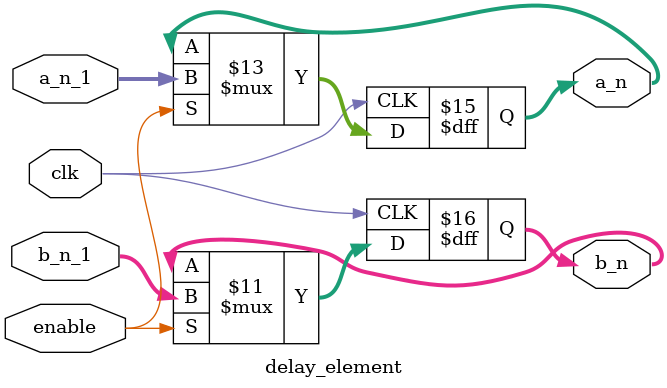
<source format=sv>

module systolic_unit#(
    parameter DATA_WIDTH = 16,
              MATRIX_SIZE = 3,
              BRAM_WIDTH = 28,
              COE_DATA_WIDTH = 9,
              KERNEL_SIZE = 3
)(
    input i_clk,
    input i_data_valid,
    input i_enable,

    input [((2 * MATRIX_SIZE - 1)*DATA_WIDTH)-1:0] left_inputs,
    input [((2 * MATRIX_SIZE - 1)*DATA_WIDTH)-1:0] top_inputs,

    output [DATA_WIDTH-1:0] o_ccu_output1,
    output [DATA_WIDTH-1:0] o_ccu_output2,
    output [DATA_WIDTH-1:0] o_ccu_output3
);


//wire [((2 * MATRIX_SIZE - 1)*DATA_WIDTH)-1:0]  diagonal;-----------mark
wire [0:0] data_valid;
wire start;
wire [((2 * MATRIX_SIZE - 1)*DATA_WIDTH)-1:0] diagonal;

systolic_array systolic_design( 
    .i_clk(i_clk), .i_enable(i_enable), .i_data_valid(i_data_valid), .i_left_inputs(left_inputs), .i_top_inputs(top_inputs),
    .o_diagonal_outputs(diagonal), .o_data_valid(data_valid), .o_start(start)
    );

CCU_pipelined ccu(
    .i_clk(i_clk), .i_diagonal(diagonal), .i_data_valid(i_enable), .i_start(i_enable),
    .o_ccu_output1(o_ccu_output1), .o_ccu_output2(o_ccu_output2),  .o_ccu_output3(o_ccu_output3) 
    );



endmodule


module CCU_pipelined(
    i_clk,
    i_data_valid,
    i_start,
    i_diagonal,
    o_ccu_output1,
    o_ccu_output2,
    o_ccu_output3
);

parameter DATA_WIDTH = 16;
parameter MATRIX_SIZE = 3;
parameter ARRAY_SIZE = (2*MATRIX_SIZE - 1);


input i_clk;
input i_data_valid;
input i_start;
input [ARRAY_SIZE*DATA_WIDTH - 1:0] i_diagonal;

output reg [DATA_WIDTH - 1: 0] o_ccu_output1;
output reg [DATA_WIDTH - 1: 0] o_ccu_output2;
output reg [DATA_WIDTH - 1: 0] o_ccu_output3;

reg [1:0] count;

wire [DATA_WIDTH - 1: 0] b_3, b_4, b_5, r_3, r_4;

reg [DATA_WIDTH-1:0] acc_b5;
reg [DATA_WIDTH-1:0] acc_b4;
reg [DATA_WIDTH-1:0] acc_b3;
reg [DATA_WIDTH-1:0] acc_r4;
reg [DATA_WIDTH-1:0] acc_r3;
reg [DATA_WIDTH-1:0] previous_acc_b3;
reg [DATA_WIDTH-1:0] previous_acc_r3;
reg [DATA_WIDTH-1:0] previous_acc_b4;
reg [DATA_WIDTH-1:0] previous_acc_r4;

logic [DATA_WIDTH-1:0] a[5:0];
logic [DATA_WIDTH-1:0] b[5:0];
logic [DATA_WIDTH-1:0] out[5:0];
    
//For simulation purpose only
//initial begin
//    o_ccu_output1 = 0; o_ccu_output2 = 0; o_ccu_output3 = 0;
//    acc_b5 = 0; acc_b4 = 0; acc_b3 = 0; acc_r4 = 0; acc_r3 = 0;
//    previous_acc_r3 = 0; previous_acc_b3 = 0;previous_acc_b4 = 0; previous_acc_r4 = 0;
//    count = 0;

//end


assign b_3 = i_diagonal[15:0];
assign b_4 = i_diagonal[31:16];
assign b_5 = i_diagonal[47:32];
assign r_3 = i_diagonal[63:48];
assign r_4 = i_diagonal[79:64];

always@(posedge i_clk) begin
    if(i_start) begin
        if(count == 2'd2) begin
            count <= 'd0;
        end
        else begin
            count <= count + 1;
        end
    end
end 

always @(posedge i_clk) begin
    if(i_data_valid*i_start) begin
        if(count == 'd0) begin
            //The data available on the first clock cycle is accumulated considering the delay for the edge elements
            acc_b5 <= b_5;
            acc_b4 <= b_4;
            acc_b3 <= b_3;
            acc_r4 <= r_4;
            acc_r3 <= r_3;
        end
        else if (count == 'd1) begin
            a[0] = acc_b5; b[0] = b_5;
            acc_b5 <= out[0];
            a[1] = acc_b4; b[1] = b_4;
            acc_b4 <= out[1];
            a[2] = acc_r4; b[2] = r_4;
            acc_r4 <= out[2];
        end
        else if(count == 'd2) begin
            a[3] = acc_b5; b[3] = b_5;	
            o_ccu_output1 <= out[3];
            a[4] = previous_acc_r4; b[4] = acc_b3;
            o_ccu_output2 <= out[4];
            a[5] = previous_acc_b4; b[5] = acc_r3;
            o_ccu_output3 <= out[5];

            previous_acc_b3 <= acc_b3;
            previous_acc_r3 <= acc_r3;
            previous_acc_b4 <= acc_b4;
            previous_acc_r4 <= acc_r4;
        end
    end
    else begin
        o_ccu_output1 <= o_ccu_output1;
        o_ccu_output2 <= o_ccu_output2;
        o_ccu_output3 <= o_ccu_output3;
    end
end

    genvar i;
    generate
    for(i = 0; i< 5; i= i+1) begin
    //HP mac unit instantiated over here
    fp_add_sub add_sub(.a(a[i]),.b(b[i]), .out(out[i]));
    end
    endgenerate
    
    
endmodule

/*


module fp_add_sub #(parameter I_WIDTH=16,M_WIDTH=7,E_WIDTH=8)( input [I_WIDTH-1:0] a,b,
         output reg  [I_WIDTH-1:0]  out );

   	wire s_a ,s_b; //sign
   	wire [E_WIDTH-1:0] e_a,e_b; //exponent
	wire [M_WIDTH-1:0] m_a,m_b; //matissa of input 
    	wire [M_WIDTH:0] t_m_a,t_m_b; //temp mantissa with hidden 1 bit 
	reg [E_WIDTH-1:0] shamt; //shift amount by which smaller mantissa should be shifted it is taken large enough to store the shftamount 
	// shamt<= mantissa width it is approximately equal to log2(m_width)
	
	reg [M_WIDTH:0] s_m_a,s_m_b; //shifted mantissa bit 
	reg [M_WIDTH+1:0] t_m_s; //temp mantissa sum
	reg [M_WIDTH:0] t_m_d; // temp mantissa diff 
	reg [M_WIDTH-1:0] f_m;//final mantissa 
	reg [E_WIDTH-1:0] f_e; // final exponnt
	reg f_s; // final sign
	reg [E_WIDTH-1:0] shamt_l;//shiftamount left 
	reg s;// flag for special case 
	reg[I_WIDTH-1:0] out_s,out_n; //special case output and normal case output 
         
         
	


// extracting sign mantissa and exponent
    assign s_a = a[I_WIDTH-1];
    assign e_a = a[I_WIDTH-2:M_WIDTH];
    assign m_a = a[M_WIDTH-1:0];
    assign s_b = b[I_WIDTH-1];
    assign e_b = b[I_WIDTH-2:M_WIDTH];
    assign m_b = b[M_WIDTH-1:0];

// preappending hidden bit 1 in the mantissa for shifting
	assign t_m_a = {1'b1,m_a};
	assign t_m_b = {1'b1,m_b};
	
	//compare variable to compare for special cases
     wire [E_WIDTH-1:0] e_comp;
     assign e_comp={E_WIDTH{1'b1}};
     
     // variable for bias 
     wire [E_WIDTH-2:0] BIAS; // this is of size exponent bit size -1
     wire [E_WIDTH-1:0] OVER;
     assign BIAS = {E_WIDTH-1{1'b1}};
     assign OVER=BIAS<<1; // 2*bias is used for overflow condition
	
	// special case signals
	 wire [I_WIDTH-1:0] NAN,P_INFI,N_INFI,ZERO;
     assign NAN={1'b0,{E_WIDTH{1'b1}},1'b1,{(M_WIDTH-1){1'b0}}}; // NAN REPRESENTATIOIN IS CHOOSEN TO BE 1ST BIT OF MANTISSA IS 1
     assign P_INFI={1'b0,{E_WIDTH{1'b1}},{(M_WIDTH){1'b0}}}; //  (+)VE INFINITY
     assign N_INFI={1'b1,{E_WIDTH{1'b1}},{(M_WIDTH){1'b0}}}; // -VE INFINITY
     assign ZERO={I_WIDTH{1'b0}};


	always @(*)
	begin
		
		 if ((e_a == e_comp) && (e_b==e_comp)) begin 
		    s=1'b1;
		 	if((m_a!=0)||(m_b!=0)) out_s=NAN;//checking for NaN input 
			else begin
		 	out_s = (s_a!=s_b) ? NAN:((s_a)?N_INFI:P_INFI); // if sign of both are not same than NAN otherwise +or - infinity depends upon sign
			end
		 end
	 	else if  ((e_a == e_comp) || (e_b==e_comp)) begin  
	 	    s=1'b1;
			if(e_a==e_comp) begin 
			out_s=(m_a!=0)? NAN: ((s_a)?N_INFI:P_INFI);
			end
			else begin
		 	out_s = (m_b !=0)? NAN :((s_b)?N_INFI:P_INFI);
			end
		end
		else if ((e_a == 0) && (e_b ==0)) begin 
		s=1'b1;
		out_s = ZERO;
		end

		else if ((e_a == 0) || (e_b ==0)) begin 
		    s=1'b1;
			out_s = (e_a==0)? b:a;
		end
		else 
		 begin 
		  s=1'b0;
		  out_s=ZERO;
		 end
	end
		 
		 
		
//---------------------------------FOR NORMAL CASES---------------------------------------------------------//
 always@(*)
 begin
    shamt_l=0;
	if (e_a > e_b)
	 begin 
			shamt = e_a - e_b;
			//s_m_b= (shamt >8'd23)? 23'd0:t_m_b>>shamt;
			if (shamt>M_WIDTH-1)  out_n=a;
			   
			else
	         begin
			
			
			     s_m_b= t_m_b>>shamt;
			     s_m_a = t_m_a;
			     f_e = e_a;
			     f_s = s_a;
			     if(s_a == s_b)
			     begin
		       		 t_m_s = s_m_a+s_m_b;
               				 if (t_m_s[M_WIDTH+1] ==1'b1) begin //overflow condition
                       			 f_m=t_m_s[M_WIDTH:1];//shifting mantissa right by 1 bit and adding 1 to exponent
                       			 f_e= f_e+1; // overflow will be detected as there will be no overflow due to addition of 1
               				 end
               				 else begin
                       			 f_m= t_m_s[M_WIDTH-1:0]; //rejecting 2 msb bits(rejecting hidden 1)
                      			 f_e= f_e;
               				 end
			 
			     end
			     else begin 
				        t_m_d = s_m_a - s_m_b;
				//leading zero detector 
			 for (int i = M_WIDTH; i >= 0; i = i - 1) begin
                                if (t_m_d[i] == 1'b1) begin
                                break;
                                end
                                shamt_l = shamt_l + 1;
                                end
                     
                    
                
			    //end of leading zero detector and setting value of shift amount left 
                    		     t_m_d= t_m_d<<shamt_l; //shifting left to get the leading msb 1
				     f_m = t_m_d[M_WIDTH-1:0]; //selecting lower MANTISSA bits of lsb

				     f_e = (f_e>shamt_l)?f_e - shamt_l: 0; //decreasing the value of exponent by no. of leading zeroes
			     end
		
		
		// arranging output and checking for overflow 
		      if (f_e>OVER) 
	          out_n=(f_s)? N_INFI:P_INFI; //overflow condition
              else if(f_e<1) 
              out_n=ZERO; //underflow condition
              else 
                out_n = {f_s,f_e,f_m};
              
          end
		end
		
	 	else if (e_b > e_a) 
	 	begin
			shamt = e_b- e_a;
		    
			if(shamt>M_WIDTH-1)  out_n=b;
			else begin 
			
			 s_m_a= t_m_a>>shamt;
			 s_m_b = t_m_b;
			 f_e = e_b;
			 f_s = s_b;
			 if(s_a == s_b) begin

				t_m_s = s_m_a+s_m_b;
               			 if (t_m_s[M_WIDTH+1] ==1'b1) begin //overflow condition
                       		 f_m=t_m_s[M_WIDTH:1];//shifting mantissa by 1 bit and adding 1 to exponent
                       		 f_e= f_e+1;
               			 end
               			 else begin
                       		 f_m= t_m_s[M_WIDTH-1:0]; //rejecting 2 msb bits
                       		 f_e= f_e;
               			 end
			  end
			 else begin
                t_m_d = s_m_b - s_m_a;
			for (int i = M_WIDTH; i >= 0; i = i - 1) begin
                        if (t_m_d[i] == 1'b1) begin
                          break;
                        end
                        shamt_l = shamt_l + 1;
                        end //end of leading zero detector and setting value of shift amount left 
                  t_m_d= t_m_d<<shamt_l; //shifting left to get the leading msb 1
                  f_m = t_m_d[M_WIDTH-1:0]; //selecting lower 23 bits of lsb
                  f_e = (f_e>shamt_l)?f_e - shamt_l:0; //decreasing the value of exponent by no. of leading zeroes
              end
           
           	if (f_e>OVER) 
	         out_n=(f_s)? N_INFI:P_INFI; //overflow condition
            else if(f_e<1) 
               out_n=ZERO; //underflow condition
            else 
                out_n = {f_s,f_e,f_m};
      
         end


	 end
	else begin
			f_e = e_a;
			f_s = (t_m_a>t_m_b)? s_a:s_b;
			if (s_a == s_b) begin 
		        	         t_m_s = t_m_a+t_m_b;
               				 if (t_m_s[M_WIDTH+1] ==1'b1) begin //overflow condition
                       			 f_m=t_m_s[M_WIDTH:1];//shifting mantissa by 1 bit and adding 1 to exponent
                       			 f_e= f_e+1;
               				 end
               				 else begin
                       			 f_m= t_m_s[M_WIDTH-1:0]; //rejecting 2 msb bits
                       			 f_e= f_e;
               				 end
			 end
			 else begin
               		t_m_d = (t_m_a>t_m_b)? (t_m_a - t_m_b) :(t_m_b -t_m_a);
			for (int i = M_WIDTH; i >= 0; i = i - 1) begin
                        if (t_m_d[i] == 1'b1) begin
                          break;
                        end
                        shamt_l = shamt_l + 1;
                        end
                   t_m_d= t_m_d<<shamt_l; //shifting left to get the leading msb 1
                   f_m = t_m_d[M_WIDTH-1:0]; //selecting lower MANTISSA bits of lsb
                    f_e = (f_e>shamt_l)?f_e - shamt_l:0; //decreasing the value of exponent by no. of leading zeroes
              end
	 		 if (f_e>OVER) 
	         out_n=(f_s)? N_INFI:P_INFI; //overflow condition
            else if(f_e<1) 
               out_n=ZERO; //underflow condition
            else 
              out_n = {f_s,f_e,f_m};
       
	
	 end
	 //  arranging result and checking for overflow 

	end
	

	always@(*)
	begin 
        out=s?out_s:out_n;
	end

endmodule
*/

module systolic_array #(
    MATRIX_SIZE = 3,
    REG_WIDTH = 16,
    DATA_WIDTH = 16
    ) (
    i_clk,
    i_enable,
    i_data_valid,
    i_left_inputs,
    i_top_inputs,
    o_diagonal_outputs,
    o_data_valid,
    o_start);
    
    localparam ARRAY_SIZE = (2*MATRIX_SIZE)-1;
    localparam NUMBER_OF_INPUTS = ARRAY_SIZE; // number of inputs on each side of systolic array
            
    input i_clk;
    input i_enable;
    input i_data_valid;
    input [((2 * MATRIX_SIZE - 1)*DATA_WIDTH)-1:0] i_left_inputs;
    input [((2 * MATRIX_SIZE - 1)*DATA_WIDTH)-1:0] i_top_inputs;
    output [((2 * MATRIX_SIZE - 1)*DATA_WIDTH)-1:0] o_diagonal_outputs;
    output o_data_valid;
    output reg o_start = 0;
    
    /// output control signals 
    assign o_data_valid = i_data_valid;
    
    localparam REGS_IN_TO_OUT = (2*ARRAY_SIZE+1);
       
    reg data_valid_delay [REGS_IN_TO_OUT-1:0];
    
    integer data_valid_index = 0;
    always @(posedge i_clk) begin
        data_valid_delay[0] <=  i_data_valid;
        for(data_valid_index=0;data_valid_index < REGS_IN_TO_OUT-1; data_valid_index=data_valid_index+1) begin
            data_valid_delay[data_valid_index+1] <= data_valid_delay[data_valid_index];
        end
    end
    
    always @(posedge i_clk) begin
        if(~o_start & data_valid_delay[REGS_IN_TO_OUT-2] & ~data_valid_delay[REGS_IN_TO_OUT-1]) begin
            o_start <= 1;
        end
    end
    
    // systolic array
    wire [REG_WIDTH-1:0] array_input_top [ARRAY_SIZE-1:0]; //REVIEW THE TYPE AFTER ADDING STREAMING MEMORY
    wire [REG_WIDTH-1:0] array_input_left [ARRAY_SIZE-1:0];
    wire [REG_WIDTH-1:0] c_in_left [ARRAY_SIZE-1:0];  // some of them are dummy, TOP AND BOTTOM TAKES THE PREFERNCE OVER LEFT AND RIGHT
    wire [REG_WIDTH-1:0] c_in_top [ARRAY_SIZE-1:0]; // some of them are dummy
    wire [REG_WIDTH-1:0] c_out_right [ARRAY_SIZE-1:0]; // some of them are dummy
    wire [REG_WIDTH-1:0] c_out_bottom [ARRAY_SIZE-1:0]; //some of them are dummy
    wire [REG_WIDTH-1:0] array_output_bottom [ARRAY_SIZE-1:0];
    wire [REG_WIDTH-1:0] array_output_right [ARRAY_SIZE-1:0];
    
    // wires/connections in the systolic arrays
    wire [REG_WIDTH-1:0] horizontal_wires [ARRAY_SIZE-1:0][ARRAY_SIZE-2:0];
    wire [REG_WIDTH-1:0] vertical_wires [ARRAY_SIZE-2:0][ARRAY_SIZE-1:0];
    wire [REG_WIDTH-1:0] diagonal_wires [ARRAY_SIZE-2:0][ARRAY_SIZE-2:0];
     
   // mapping inputs 
    generate 
        genvar i;
        for(i=0; i<ARRAY_SIZE; i=i+1) begin
            assign array_input_left[i] = i_left_inputs[i*DATA_WIDTH +: DATA_WIDTH];
            assign array_input_top[i] = i_top_inputs[i*DATA_WIDTH +: DATA_WIDTH];
        end
    endgenerate   
    
    // mapping outputs
    generate 
        genvar j;
        for(j=0; j<ARRAY_SIZE; j=j+1) begin           /// j = 0 implies bottom-left most diagonal
            if(j < MATRIX_SIZE) begin
                assign o_diagonal_outputs[j*DATA_WIDTH +: DATA_WIDTH] = c_out_bottom[MATRIX_SIZE-1+j];
            end
            else begin
                assign o_diagonal_outputs[j*DATA_WIDTH +: DATA_WIDTH] = c_out_right[ARRAY_SIZE-2+MATRIX_SIZE-j]; // MATRIX_SIZE-1+j-MATRIX_SIZE
            end
        end
    endgenerate
    
    // grounding diagonal inputs  
    generate 
    genvar c_in_index;
        for(c_in_index=0;c_in_index<ARRAY_SIZE;c_in_index=c_in_index+1) begin
            assign c_in_top[c_in_index] = 0;
            assign c_in_left[c_in_index] = 0;
        end
    endgenerate

    // creating the systolic array
    generate ////////
        genvar row_index;
        genvar column_index;
        
        for(row_index = 0;row_index < ARRAY_SIZE; row_index = row_index + 1) begin
            for(column_index = 0;column_index < ARRAY_SIZE; column_index = column_index + 1) begin                 
                // CONNECTING BOUNDARIES
                
                //PE element(.clk(i_clk),.a_n_1(array_input_left[row_index]),.b_n_1(array_input_top[column_index]),.c_n_1(c_in_top[column_index]),.a_n(horizontal_wires[row_index][column_index]),.b_n(array_input_left[row_index]),.c_ab(diagonal_wires[row_index][column_index]));
            
            
                // LOGICALLY CONNECTING PART
                 if(row_index < MATRIX_SIZE -1) begin
                    if(column_index < MATRIX_SIZE+row_index) begin     
                        if(row_index == 0 && column_index==0)  begin // LEFT TOP // covering corners DEPENDS ON THE CONDITION
                            PE element(.clk(i_clk),.enable(i_enable),.a_n_1(array_input_left[row_index]),.b_n_1(array_input_top[column_index]),.c_n_1(c_in_top[column_index]),.a_n(horizontal_wires[row_index][column_index]),.b_n(vertical_wires[row_index][column_index]),.c_ab(diagonal_wires[row_index][column_index]));
                        end
                        else if(column_index == 0) begin// LEFT inputs
                            PE element(.clk(i_clk),.enable(i_enable),.a_n_1(array_input_left[row_index]),.b_n_1(vertical_wires[row_index-1][column_index]),.c_n_1(c_in_left[row_index]),.a_n(horizontal_wires[row_index][column_index]),.b_n(vertical_wires[row_index][column_index]),.c_ab(diagonal_wires[row_index][column_index]));
                        end
                        else if(row_index == 0) begin // TOP inputs
                            PE element(.clk(i_clk),.enable(i_enable),.a_n_1(horizontal_wires[row_index][column_index-1]),.b_n_1(array_input_top[column_index]),.c_n_1(c_in_top[column_index]),.a_n(horizontal_wires[row_index][column_index]),.b_n(vertical_wires[row_index][column_index]),.c_ab(diagonal_wires[row_index][column_index]));
                        end // internal elements
                        else begin 
                            PE element(.clk(i_clk),.enable(i_enable),.a_n_1(horizontal_wires[row_index][column_index-1]),.b_n_1(vertical_wires[row_index-1][column_index]),.c_n_1(diagonal_wires[row_index-1][column_index-1]),.a_n(horizontal_wires[row_index][column_index]),.b_n(vertical_wires[row_index][column_index]),.c_ab(diagonal_wires[row_index][column_index]));
                        end
                        //PE element(.clk(clk),.a_n_1(),.b_n_1(),.c_n_1(),.a_n(),.b_n(),.c_ab());
                    end
                    else begin
                        if(row_index == 0 && column_index==ARRAY_SIZE-1)  begin // RIGHT TOP // covering corners DEPENDS ON THE CONDITION
                            delay_element element(.clk(i_clk),.enable(i_enable),.a_n_1(horizontal_wires[row_index][column_index-1]),.b_n_1(array_input_top[column_index]),.a_n(array_output_right[row_index]),.b_n(vertical_wires[row_index][column_index]));
                        end
                        else if(column_index == ARRAY_SIZE-1) begin// RIGHT 
                            delay_element element(.clk(i_clk),.enable(i_enable),.a_n_1(horizontal_wires[row_index][column_index-1]),.b_n_1(vertical_wires[row_index-1][column_index]),.a_n(array_output_right[row_index]),.b_n(vertical_wires[row_index][column_index]));
                        end
                        else if(row_index == 0) begin // TOP inputs
                            delay_element element(.clk(i_clk),.enable(i_enable),.a_n_1(horizontal_wires[row_index][column_index-1]),.b_n_1(array_input_top[column_index]),.a_n(horizontal_wires[row_index][column_index]),.b_n(vertical_wires[row_index][column_index]));
                        end // internal elements
                        else begin 
                            delay_element element(.clk(i_clk),.enable(i_enable),.a_n_1(horizontal_wires[row_index][column_index-1]),.b_n_1(vertical_wires[row_index-1][column_index]),.a_n(horizontal_wires[row_index][column_index]),.b_n(vertical_wires[row_index][column_index]));
                        end                    
                        //delay_element element(.clk(),.a_n_1(),.b_n_1(),.a_n(),.b_n());
                    end
                end
                else if(row_index == MATRIX_SIZE-1) begin
                    if(column_index == 0) begin //LEFT end
                       PE element(.clk(i_clk),.enable(i_enable),.a_n_1(array_input_left[row_index]),.b_n_1(vertical_wires[row_index-1][column_index]),.c_n_1(c_in_left[row_index]),.a_n(horizontal_wires[row_index][column_index]),.b_n(vertical_wires[row_index][column_index]),.c_ab(diagonal_wires[row_index][column_index]));
                    end
                    else if(column_index == ARRAY_SIZE-1) begin // RIGHT end
                       PE element(.clk(i_clk),.enable(i_enable),.a_n_1(horizontal_wires[row_index][column_index-1]),.b_n_1(vertical_wires[row_index-1][column_index]),.c_n_1(diagonal_wires[row_index-1][column_index-1]),.a_n(array_output_right[row_index]),.b_n(vertical_wires[row_index][column_index]),.c_ab(c_out_right[row_index]));                    
                    end
                    else begin //internal elements
                       PE element(.clk(i_clk),.enable(i_enable),.a_n_1(horizontal_wires[row_index][column_index-1]),.b_n_1(vertical_wires[row_index-1][column_index]),.c_n_1(diagonal_wires[row_index-1][column_index-1]),.a_n(horizontal_wires[row_index][column_index]),.b_n(vertical_wires[row_index][column_index]),.c_ab(diagonal_wires[row_index][column_index]));                        
                    end
                    // PE element(.clk(clk),.a_n_1(),.b_n_1(),.c_n_1(),.a_n(),.b_n(),.c_ab());
                end
                else begin
                    if(column_index < MATRIX_SIZE+row_index-ARRAY_SIZE) begin // intended : MATRIX_SIZE - 1 + row_index - ARRAY_SIZE+1
                        if((row_index == ARRAY_SIZE-1) && (column_index == 0)) begin//LEFT BOTTOM corner
                            delay_element element(.clk(i_clk),.enable(i_enable),.a_n_1(array_input_left[row_index]),.b_n_1(vertical_wires[row_index-1][column_index]),.a_n(horizontal_wires[row_index][column_index]),.b_n(vertical_wires[row_index][column_index]));
                        end
                        else if(column_index == 0) begin //LEFT
                            delay_element element(.clk(i_clk),.enable(i_enable),.a_n_1(array_input_left[row_index]),.b_n_1(vertical_wires[row_index-1][column_index]),.a_n(horizontal_wires[row_index][column_index]),.b_n(array_output_bottom[column_index]));
                        end
                        else if(row_index == ARRAY_SIZE - 1) begin //BOTTOM
                            delay_element element(.clk(i_clk),.enable(i_enable),.a_n_1(horizontal_wires[row_index][column_index-1]),.b_n_1(vertical_wires[row_index-1][column_index]),.a_n(horizontal_wires[row_index][column_index]),.b_n(array_output_bottom[column_index]));
                        end
                        else begin
                            delay_element element(.clk(i_clk),.enable(i_enable),.a_n_1(horizontal_wires[row_index][column_index-1]),.b_n_1(vertical_wires[row_index-1][column_index]),.a_n(horizontal_wires[row_index][column_index]),.b_n(vertical_wires[row_index][column_index]));
                        end
                        //delay_element element(.clk(),.a_n_1(),.b_n_1(),.a_n(),.b_n());
                    end
                    else begin
                        if((row_index == ARRAY_SIZE-1) && (column_index == ARRAY_SIZE-1)) begin//RIGHT BOTTOM
                            PE element(.clk(i_clk),.enable(i_enable),.a_n_1(horizontal_wires[row_index][column_index-1]),.b_n_1(vertical_wires[row_index-1][column_index]),.c_n_1(diagonal_wires[row_index-1][column_index-1]),.a_n(array_output_right[row_index]),.b_n(array_output_bottom[column_index]),.c_ab(c_out_bottom[column_index]));  
                        end
                        else if(column_index == ARRAY_SIZE-1) begin // RIGHT
                            PE element(.clk(i_clk),.enable(i_enable),.a_n_1(horizontal_wires[row_index][column_index-1]),.b_n_1(vertical_wires[row_index-1][column_index]),.c_n_1(diagonal_wires[row_index-1][column_index-1]),.a_n(array_output_right[row_index]),.b_n(vertical_wires[row_index][column_index]),.c_ab(c_out_right[row_index]));  
                        end
                        else if(row_index == ARRAY_SIZE - 1) begin //BOTTOM
                            PE element(.clk(i_clk),.enable(i_enable),.a_n_1(horizontal_wires[row_index][column_index-1]),.b_n_1(vertical_wires[row_index-1][column_index]),.c_n_1(diagonal_wires[row_index-1][column_index-1]),.a_n(horizontal_wires[row_index][column_index]),.b_n(array_output_bottom[column_index]),.c_ab(c_out_bottom[column_index]));  
                        end
                        else begin
                            PE element(.clk(i_clk),.enable(i_enable),.a_n_1(horizontal_wires[row_index][column_index-1]),.b_n_1(vertical_wires[row_index-1][column_index]),.c_n_1(diagonal_wires[row_index-1][column_index-1]),.a_n(horizontal_wires[row_index][column_index]),.b_n(vertical_wires[row_index][column_index]),.c_ab(diagonal_wires[row_index][column_index]));   
                        end
                        
                        //PE element(.clk(clk),.a_n_1(),.b_n_1(),.c_n_1(),.a_n(),.b_n(),.c_ab());
                    end
                end           
            end
            
        end
    
    endgenerate//////////
    // systolic array created

endmodule

module PE #(parameter I_WIDTH=16,M_WIDTH=10,E_WIDTH=5)
        ( input [I_WIDTH-1:0] a_n_1,b_n_1,c_n_1,
          input clk,enable,
          output reg  [I_WIDTH-1:0]  a_n,b_n, 
          output reg[I_WIDTH-1:0] c_ab );
          //reg [I_WIDTH-1:0] aa,bb,cc;
          wire [I_WIDTH-1:0] out_a, out_f;
          
          //////////////////////adder and multiplier blocks /////////
          fp_mul mul(.a(a_n_1),.b(b_n_1),.out(out_a));
        
          fp_add_sub add(.a(out_a),.b(c_n_1),.out(out_f));
          
          ///////////////////////////////////////////////////////////
          
          
          always@(posedge clk)
          begin 
          if(enable) begin
            a_n <=a_n_1;
            b_n <=b_n_1;
            c_ab <= out_f;
            
          end 
          end

endmodule


module fp_add_sub #(parameter I_WIDTH=16,M_WIDTH=7,E_WIDTH=8)( input [I_WIDTH-1:0] a,b,
         output reg  [I_WIDTH-1:0]  out );

   	wire s_a ,s_b; //sign
   	wire [E_WIDTH-1:0] e_a,e_b; //exponent
	wire [M_WIDTH-1:0] m_a,m_b; //matissa of input 
    	wire [M_WIDTH:0] t_m_a,t_m_b; //temp mantissa with hidden 1 bit 
	reg [E_WIDTH-1:0] shamt; //shift amount by which smaller mantissa should be shifted it is taken large enough to store the shftamount 
	// shamt<= mantissa width it is approximately equal to log2(m_width)
	
	reg [M_WIDTH:0] s_m_a,s_m_b; //shifted mantissa bit 
	reg [M_WIDTH+1:0] t_m_s; //temp mantissa sum
	reg [M_WIDTH:0] t_m_d; // temp mantissa diff 
	reg [M_WIDTH-1:0] f_m;//final mantissa 
	reg [E_WIDTH-1:0] f_e; // final exponnt
	reg f_s; // final sign
	reg [E_WIDTH-1:0] shamt_l;//shiftamount left 
	reg s;// flag for special case 
	reg[I_WIDTH-1:0] out_s,out_n; //special case output and normal case output 
         
         
	


// extracting sign mantissa and exponent
    assign s_a = a[I_WIDTH-1];
    assign e_a = a[I_WIDTH-2:M_WIDTH];
    assign m_a = a[M_WIDTH-1:0];
    assign s_b = b[I_WIDTH-1];
    assign e_b = b[I_WIDTH-2:M_WIDTH];
    assign m_b = b[M_WIDTH-1:0];

// preappending hidden bit 1 in the mantissa for shifting
	assign t_m_a = {1'b1,m_a};
	assign t_m_b = {1'b1,m_b};
	
	//compare variable to compare for special cases
     wire [E_WIDTH-1:0] e_comp;
     assign e_comp={E_WIDTH{1'b1}};
     
     // variable for bias 
     wire [E_WIDTH-2:0] BIAS; // this is of size exponent bit size -1
     wire [E_WIDTH-1:0] OVER;
     assign BIAS = {E_WIDTH-1{1'b1}};
     assign OVER=BIAS<<1; // 2*bias is used for overflow condition
	
	// special case signals
	 wire [I_WIDTH-1:0] NAN,P_INFI,N_INFI,ZERO;
     assign NAN={1'b0,{E_WIDTH{1'b1}},1'b1,{(M_WIDTH-1){1'b0}}}; // NAN REPRESENTATIOIN IS CHOOSEN TO BE 1ST BIT OF MANTISSA IS 1
     assign P_INFI={1'b0,{E_WIDTH{1'b1}},{(M_WIDTH){1'b0}}}; //  (+)VE INFINITY
     assign N_INFI={1'b1,{E_WIDTH{1'b1}},{(M_WIDTH){1'b0}}}; // -VE INFINITY
     assign ZERO={I_WIDTH{1'b0}};


	always @(*)
	begin
		
		 if ((e_a == e_comp) && (e_b==e_comp)) begin 
		    s=1'b1;
		 	if((m_a!=0)||(m_b!=0)) out_s=NAN;//checking for NaN input 
			else begin
		 	out_s = (s_a!=s_b) ? NAN:((s_a)?N_INFI:P_INFI); // if sign of both are not same than NAN otherwise +or - infinity depends upon sign
			end
		 end
	 	else if  ((e_a == e_comp) || (e_b==e_comp)) begin  
	 	    s=1'b1;
			if(e_a==e_comp) begin 
			out_s=(m_a!=0)? NAN: ((s_a)?N_INFI:P_INFI);
			end
			else begin
		 	out_s = (m_b !=0)? NAN :((s_b)?N_INFI:P_INFI);
			end
		end
		else if ((e_a == 0) && (e_b ==0)) begin 
		s=1'b1;
		out_s = ZERO;
		end

		else if ((e_a == 0) || (e_b ==0)) begin 
		    s=1'b1;
			out_s = (e_a==0)? b:a;
		end
		else 
		 begin 
		  s=1'b0;
		  out_s=ZERO;
		 end
	end
		 
		 
		
//---------------------------------FOR NORMAL CASES---------------------------------------------------------//
 always@(*)
 begin
    shamt_l=0;
	if (e_a > e_b)
	 begin 
			shamt = e_a - e_b;
			//s_m_b= (shamt >8'd23)? 23'd0:t_m_b>>shamt;
			if (shamt>M_WIDTH-1)  out_n=a;
			   
			else
	         begin
			
			
			     s_m_b= t_m_b>>shamt;
			     s_m_a = t_m_a;
			     f_e = e_a;
			     f_s = s_a;
			     if(s_a == s_b)
			     begin
		       		 t_m_s = s_m_a+s_m_b;
               				 if (t_m_s[M_WIDTH+1] ==1'b1) begin //overflow condition
                       			 f_m=t_m_s[M_WIDTH:1];//shifting mantissa right by 1 bit and adding 1 to exponent
                       			 f_e= f_e+1; // overflow will be detected as there will be no overflow due to addition of 1
               				 end
               				 else begin
                       			 f_m= t_m_s[M_WIDTH-1:0]; //rejecting 2 msb bits(rejecting hidden 1)
                      			 f_e= f_e;
               				 end
			 
			     end
			     else begin 
				        t_m_d = s_m_a - s_m_b;
				//leading zero detector 
			 for (int i = M_WIDTH; i >= 0; i = i - 1) begin
                                if (t_m_d[i] == 1'b1) begin
                                break;
                                end
                                shamt_l = shamt_l + 1;
                                end
                     
                    
                
			    //end of leading zero detector and setting value of shift amount left 
                    		     t_m_d= t_m_d<<shamt_l; //shifting left to get the leading msb 1
				     f_m = t_m_d[M_WIDTH-1:0]; //selecting lower MANTISSA bits of lsb

				     f_e = (f_e>shamt_l)?f_e - shamt_l: 0; //decreasing the value of exponent by no. of leading zeroes
			     end
		
		
		// arranging output and checking for overflow 
		      if (f_e>OVER) 
	          out_n=(f_s)? N_INFI:P_INFI; //overflow condition
              else if(f_e<1) 
              out_n=ZERO; //underflow condition
              else 
                out_n = {f_s,f_e,f_m};
              
          end
		end
		
	 	else if (e_b > e_a) 
	 	begin
			shamt = e_b- e_a;
		    
			if(shamt>M_WIDTH-1)  out_n=b;
			else begin 
			
			 s_m_a= t_m_a>>shamt;
			 s_m_b = t_m_b;
			 f_e = e_b;
			 f_s = s_b;
			 if(s_a == s_b) begin

				t_m_s = s_m_a+s_m_b;
               			 if (t_m_s[M_WIDTH+1] ==1'b1) begin //overflow condition
                       		 f_m=t_m_s[M_WIDTH:1];//shifting mantissa by 1 bit and adding 1 to exponent
                       		 f_e= f_e+1;
               			 end
               			 else begin
                       		 f_m= t_m_s[M_WIDTH-1:0]; //rejecting 2 msb bits
                       		 f_e= f_e;
               			 end
			  end
			 else begin
                t_m_d = s_m_b - s_m_a;
			for (int i = M_WIDTH; i >= 0; i = i - 1) begin
                        if (t_m_d[i] == 1'b1) begin
                          break;
                        end
                        shamt_l = shamt_l + 1;
                        end //end of leading zero detector and setting value of shift amount left 
                  t_m_d= t_m_d<<shamt_l; //shifting left to get the leading msb 1
                  f_m = t_m_d[M_WIDTH-1:0]; //selecting lower 23 bits of lsb
                  f_e = (f_e>shamt_l)?f_e - shamt_l:0; //decreasing the value of exponent by no. of leading zeroes
              end
           
           	if (f_e>OVER) 
	         out_n=(f_s)? N_INFI:P_INFI; //overflow condition
            else if(f_e<1) 
               out_n=ZERO; //underflow condition
            else 
                out_n = {f_s,f_e,f_m};
      
         end


	 end
	else begin
			f_e = e_a;
			f_s = (t_m_a>t_m_b)? s_a:s_b;
			if (s_a == s_b) begin 
		        	         t_m_s = t_m_a+t_m_b;
               				 if (t_m_s[M_WIDTH+1] ==1'b1) begin //overflow condition
                       			 f_m=t_m_s[M_WIDTH:1];//shifting mantissa by 1 bit and adding 1 to exponent
                       			 f_e= f_e+1;
               				 end
               				 else begin
                       			 f_m= t_m_s[M_WIDTH-1:0]; //rejecting 2 msb bits
                       			 f_e= f_e;
               				 end
			 end
			 else begin
               		t_m_d = (t_m_a>t_m_b)? (t_m_a - t_m_b) :(t_m_b -t_m_a);
			for (int i = M_WIDTH; i >= 0; i = i - 1) begin
                        if (t_m_d[i] == 1'b1) begin
                          break;
                        end
                        shamt_l = shamt_l + 1;
                        end
                   t_m_d= t_m_d<<shamt_l; //shifting left to get the leading msb 1
                   f_m = t_m_d[M_WIDTH-1:0]; //selecting lower MANTISSA bits of lsb
                    f_e = (f_e>shamt_l)?f_e - shamt_l:0; //decreasing the value of exponent by no. of leading zeroes
              end
	 		 if (f_e>OVER) 
	         out_n=(f_s)? N_INFI:P_INFI; //overflow condition
            else if(f_e<1) 
               out_n=ZERO; //underflow condition
            else 
              out_n = {f_s,f_e,f_m};
       
	
	 end
	 //  arranging result and checking for overflow 

	end
	

	always@(*)
	begin 
        out=s?out_s:out_n;
	end

endmodule


module fp_mul#(parameter I_WIDTH=16, M_WIDTH=7, E_WIDTH=8)( input [I_WIDTH-1:0] a,b,
         output reg  [I_WIDTH-1:0]  out );
    /*    parameter I_WIDTH =32;
        parameter M_WIDTH =23;
        parameter E_WIDTH=8 */
        
        
         
        
        wire s_a ,s_b; //sign
        wire [E_WIDTH-1:0] e_a,e_b; //exponent
	    wire [M_WIDTH-1:0] m_a,m_b; //matissa of input 
        wire [M_WIDTH:0] t_m_a,t_m_b; //temp mantissa with hidden 1 bit 
        reg [(2*M_WIDTH)+1:0] t_m_p; // temp mantissa product
        reg [M_WIDTH-1:0] f_m;//final mantissa
        reg [E_WIDTH-1:0] f_e;// final exponent
	    reg [E_WIDTH:0] t_e;// temporary exponent OF 
        wire f_s; // final sign
	    reg [I_WIDTH-1:0] out_s,out_n; //output in special cases and normal case
	    reg s; //flag for special case detection
		reg [M_WIDTH+1:0] r_m; //temporary round mantissa of 25 bits
	    
	    
	    
	    
	    //reg [E_WIDTH-1:0] a;
// extracting sign mantissa and exponent
        assign s_a = a[I_WIDTH-1];
        assign e_a = a[I_WIDTH-2:M_WIDTH];
        assign m_a = a[M_WIDTH-1:0];
        assign s_b = b[I_WIDTH-1];
        assign e_b = b[I_WIDTH-2:M_WIDTH];
        assign m_b = b[M_WIDTH-1:0];
//determining sign
	    assign f_s = s_a^s_b;
// preappending hidden bit 1 in the mantissa for shifting
        assign t_m_a = {1'b1,m_a};
	    assign t_m_b = {1'b1,m_b};
	    
   // variables for compare of infinity and zero input 
   	    wire [E_WIDTH-1:0] e_comp;
        assign e_comp={E_WIDTH{1'b1}};
     
     // variable for bias 
        wire [E_WIDTH-2:0] BIAS; // this is of size exponent bit size -1
        wire [E_WIDTH-1:0] OVER;
        assign BIAS = {E_WIDTH-1{1'b1}};
        assign OVER=BIAS<<1; // 2*bias is used for overflow condition
     
     // variable for overflow detection
     
     
    
     // VARIABLES FOR COMPARE AND SPECIAL CASES 
        wire [I_WIDTH-1:0] NAN,INFINITY,ZERO;
        assign NAN={1'b0,{E_WIDTH{1'b1}},1'b1,{(M_WIDTH-1){1'b0}}}; // NAN REPRESENTATIOIN IS CHOOSEN TO BE 1ST BIT OF MANTISSA IS 1
        assign INFINITY={f_s,{E_WIDTH{1'b1}},{(M_WIDTH){1'b0}}}; // IT WILL GENERATE (+)VE AND (-)VE INFINITY DEPENDING UPON SIGN
        assign ZERO={I_WIDTH{1'b0}};
     

       
     
	
	// for special inputs in IEEE754
	always@(*)
	begin 
	        if ((e_a == e_comp) && (e_b==e_comp)) begin
			  s=1'b1;
		 	  if((m_a!=0)|(m_b!=0)) out_s=NAN;//checking for NaN input 
			  else begin
                  out_s= (f_s)? NAN:INFINITY;
			  end
             end

            else if ((e_a == e_comp) && (e_b ==0)) begin
			   s=1'b1;
			   out_s=NAN; //output is NaN
		    end
                 //output is zero  
		    else if ((e_a == 0) && (e_b ==e_comp)) begin
			   s=1'b1;
			   out_s=NAN; //output is NaN
      		end
		   else if ((e_a ==0) && (e_b ==0)) begin
               s=1'b1;
			   out_s =ZERO;
           end 
		   else if ((e_a == e_comp) || (e_b ==e_comp)) begin
			 s=1'b1;
			 if(e_a==e_comp) begin 
			 out_s=(m_a!=0)?NAN:INFINITY;
			 end
			 else begin
		 	 out_s = (m_b !=0)?NAN:INFINITY;
			 end
		   end
		   else if((e_a==0)||(e_b==0)) begin
		        s=1'b1;
			   out_s=ZERO; //output is zero 
		   end
		   else begin 
			   s=1'b0;
			   out_s=ZERO;
		   end
    end
    	
    	
	// for the Normal Input 
	always@(*)
	begin  
		t_e =  e_a+e_b;
		t_m_p = t_m_a*t_m_b;
		if (t_m_p[2*M_WIDTH+1])
		begin
			//t_m_p=t_m_p>>1; this will require a aditional resource 
		//	f_m = t_m_p[2*M_WIDTH:M_WIDTH+1]; //shifting the temp mantissa right by one bit and then selecting 23 MSBs 

			t_e= t_e+1'b1; //exponent is increased by 1 as mantissa is shifted right by one bit 
			//end
			//else
			//f_m=t_m_p[2*M_WIDTH-1:M_WIDTH];
			//rounding logic
			if(t_m_p[M_WIDTH]==1'b1) // checking if guard bit is 1
			begin
				if(t_m_p[M_WIDTH-1:0]==0) //round to even 
				begin 
					if(t_m_p[M_WIDTH+1]==0) f_m=t_m_p[2*M_WIDTH:M_WIDTH+1]; //checking previous bit to guard bit 
					else 
					begin
						r_m = t_m_p[2*M_WIDTH+1:M_WIDTH+1] + 1; //for making round to even 
						if(r_m[M_WIDTH+1]) 
						begin
							f_m=r_m[M_WIDTH:1];
							t_e=t_e+1; //again normalizing the result in case of overflow 
						end
						else f_m=r_m[M_WIDTH-1:0];
					
					end

				end
			
				else //round up 
				begin
					r_m = t_m_p[2*M_WIDTH+1:M_WIDTH+1] + 1;
					if(r_m[M_WIDTH+1]) 
						begin
							f_m=r_m[M_WIDTH:1];
							t_e=t_e+1; //again normalizing the result in case of overflow 
						end
						else f_m=r_m[M_WIDTH-1:0];

				end
			end
			else f_m = t_m_p[2*M_WIDTH:M_WIDTH+1]; // guard bit zero then simply truncating the bits
		end
        // condition for no overflow while multiplication
		else
		begin 
			//f_m= t_m_p[2*M_WIDTH-1:M_WIDTH]; //selecting higher Mantisaa bits
			if(t_m_p[M_WIDTH-1]==1'b1) // checking if guard bit is 1. now this is guard bit 
			begin
				if(t_m_p[M_WIDTH-2:0]==0) //round to even 
				begin 
					if(t_m_p[M_WIDTH]==0) f_m=t_m_p[2*M_WIDTH-1:M_WIDTH]; //checking previous bit to guard bit 
					else 
					begin
						r_m = t_m_p[2*M_WIDTH:M_WIDTH] + 1; //for making round to even 
						if(r_m[M_WIDTH+1]) 
						begin
							f_m=r_m[M_WIDTH:1];
							t_e=t_e+1; //again normalizing the result in case of overflow 
						end
						else f_m=r_m[M_WIDTH-1:0];
					
					end

				end
				else //round up 
				begin
					r_m = t_m_p[2*M_WIDTH:M_WIDTH] + 1;
					if(r_m[M_WIDTH+1]) 
						begin
							f_m=r_m[M_WIDTH:1];
							t_e=t_e+1; //again normalizing the result in case of overflow 
						end
						else f_m=r_m[M_WIDTH-1:0];

				end
			end
			else f_m = t_m_p[2*M_WIDTH-1:M_WIDTH]; // guard bit zero then simply truncating the bits selecting 23 bit msb
			
			
		end
		//t_e=t_e-BIAS; //substractiong extra bias which got added due to addition of exponent
		if (t_e<=BIAS) out_n=ZERO; // If t_e will be less than bia then we will get -ve number which will be underflow condition
		else if ((t_e-BIAS)>OVER) out_n = INFINITY;
		else begin
		
		  f_e=t_e-BIAS;
		  out_n={f_s,f_e,f_m};
		
		end
		



	end
	// checking for expont overflow and underflow 
	always @(*)
	begin 
	
	   out=(s)? out_s:out_n;
	
	end
	
    
endmodule

module delay_element #(parameter REG_WIDTH = 16) (clk,enable,a_n_1,b_n_1,a_n,b_n);
    
    input clk;
    input enable;
    input [REG_WIDTH-1:0] a_n_1;
    input [REG_WIDTH-1:0] b_n_1;
    output reg [REG_WIDTH-1:0] a_n = 0; 
    output reg [REG_WIDTH-1:0] b_n = 0; 
     
    always @(posedge clk) begin
        if(enable) begin
            a_n <= a_n_1;
            b_n <= b_n_1;
        end
    end
    endmodule

</source>
